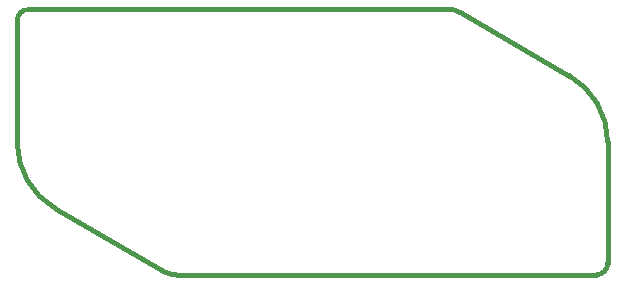
<source format=gm1>
G04 #@! TF.GenerationSoftware,KiCad,Pcbnew,(5.1.4)-1*
G04 #@! TF.CreationDate,2020-09-24T22:40:22-04:00*
G04 #@! TF.ProjectId,Headlight Left,48656164-6c69-4676-9874-204c6566742e,rev?*
G04 #@! TF.SameCoordinates,Original*
G04 #@! TF.FileFunction,Profile,NP*
%FSLAX46Y46*%
G04 Gerber Fmt 4.6, Leading zero omitted, Abs format (unit mm)*
G04 Created by KiCad (PCBNEW (5.1.4)-1) date 2020-09-24 22:40:22*
%MOMM*%
%LPD*%
G04 APERTURE LIST*
%ADD10C,0.381000*%
G04 APERTURE END LIST*
D10*
X130978531Y-89017949D02*
G75*
G03X129978530Y-88750000I-1000001J-1732052D01*
G01*
X142500000Y-111250000D02*
G75*
G03X143500000Y-110250000I0J1000000D01*
G01*
X143500000Y-100000000D02*
X143500000Y-110250000D01*
X143500000Y-100000000D02*
G75*
G03X140250000Y-94370835I-6500000J0D01*
G01*
X94500000Y-88750000D02*
X129978530Y-88750000D01*
X94500000Y-88750000D02*
G75*
G03X93500000Y-89750000I0J-1000000D01*
G01*
X106021470Y-110982051D02*
G75*
G03X107021470Y-111250000I1000000J1732052D01*
G01*
X142500000Y-111250000D02*
X107021470Y-111250000D01*
X93500000Y-100000000D02*
X93500000Y-89750000D01*
X93500000Y-100000000D02*
G75*
G03X96750000Y-105629165I6500000J0D01*
G01*
X106021470Y-110982050D02*
X96750000Y-105629165D01*
X130978530Y-89017950D02*
X140250000Y-94370835D01*
M02*

</source>
